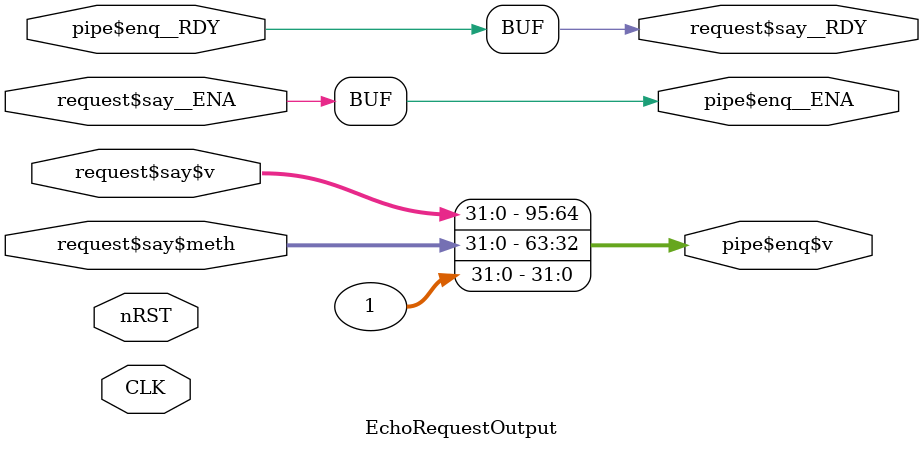
<source format=v>
`include "connect.generated.vh"

`default_nettype none
module EchoRequestOutput (input wire CLK, input wire nRST,
    input wire request$say__ENA,
    input wire [31:0]request$say$meth,
    input wire [31:0]request$say$v,
    output wire request$say__RDY,
    output wire pipe$enq__ENA,
    output wire [95:0]pipe$enq$v,
    input wire pipe$enq__RDY);
    assign pipe$enq$v = { request$say$v , request$say$meth , 32'd1 };
    assign pipe$enq__ENA = request$say__ENA;
    assign request$say__RDY = pipe$enq__RDY;

    always @( posedge CLK) begin
      if (!nRST) begin
      end // nRST
      else begin
        if (request$say__ENA & pipe$enq__RDY) begin // request$say__ENA
            $display( "entered EchoRequestOutput::say" );
        end; // End of request$say__ENA
      end
    end // always @ (posedge CLK)
endmodule 

`default_nettype wire    // set back to default value

</source>
